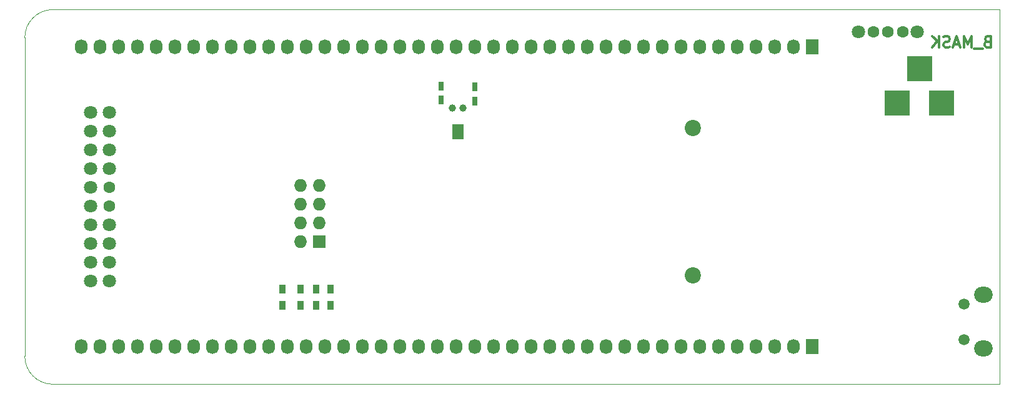
<source format=gbs>
G04 #@! TF.FileFunction,Soldermask,Bot*
%FSLAX46Y46*%
G04 Gerber Fmt 4.6, Leading zero omitted, Abs format (unit mm)*
G04 Created by KiCad (PCBNEW 4.0.1-stable) date 9/28/2017 6:23:12 PM*
%MOMM*%
G01*
G04 APERTURE LIST*
%ADD10C,0.150000*%
%ADD11C,0.100000*%
%ADD12C,0.300000*%
%ADD13C,1.500000*%
%ADD14O,2.500000X2.200000*%
%ADD15R,1.727200X1.727200*%
%ADD16O,1.727200X1.727200*%
%ADD17C,1.000760*%
%ADD18R,1.600000X2.000000*%
%ADD19C,2.200000*%
%ADD20R,0.750000X1.200000*%
%ADD21R,3.500120X3.500120*%
%ADD22R,1.727200X2.032000*%
%ADD23O,1.727200X2.032000*%
%ADD24C,1.800000*%
%ADD25C,1.600000*%
%ADD26R,0.900000X1.200000*%
G04 APERTURE END LIST*
D10*
D11*
X220980000Y-127127000D02*
X220980000Y-120015000D01*
X220980000Y-120015000D02*
X220980000Y-81280000D01*
X220980000Y-132080000D02*
X220980000Y-127127000D01*
D12*
X219328571Y-85617857D02*
X219114285Y-85689286D01*
X219042857Y-85760714D01*
X218971428Y-85903571D01*
X218971428Y-86117857D01*
X219042857Y-86260714D01*
X219114285Y-86332143D01*
X219257143Y-86403571D01*
X219828571Y-86403571D01*
X219828571Y-84903571D01*
X219328571Y-84903571D01*
X219185714Y-84975000D01*
X219114285Y-85046429D01*
X219042857Y-85189286D01*
X219042857Y-85332143D01*
X219114285Y-85475000D01*
X219185714Y-85546429D01*
X219328571Y-85617857D01*
X219828571Y-85617857D01*
X218685714Y-86546429D02*
X217542857Y-86546429D01*
X217185714Y-86403571D02*
X217185714Y-84903571D01*
X216685714Y-85975000D01*
X216185714Y-84903571D01*
X216185714Y-86403571D01*
X215542857Y-85975000D02*
X214828571Y-85975000D01*
X215685714Y-86403571D02*
X215185714Y-84903571D01*
X214685714Y-86403571D01*
X214257143Y-86332143D02*
X214042857Y-86403571D01*
X213685714Y-86403571D01*
X213542857Y-86332143D01*
X213471428Y-86260714D01*
X213400000Y-86117857D01*
X213400000Y-85975000D01*
X213471428Y-85832143D01*
X213542857Y-85760714D01*
X213685714Y-85689286D01*
X213971428Y-85617857D01*
X214114286Y-85546429D01*
X214185714Y-85475000D01*
X214257143Y-85332143D01*
X214257143Y-85189286D01*
X214185714Y-85046429D01*
X214114286Y-84975000D01*
X213971428Y-84903571D01*
X213614286Y-84903571D01*
X213400000Y-84975000D01*
X212757143Y-86403571D02*
X212757143Y-84903571D01*
X211900000Y-86403571D02*
X212542857Y-85546429D01*
X211900000Y-84903571D02*
X212757143Y-85760714D01*
D11*
X92710000Y-81280000D02*
X218440000Y-81280000D01*
X92710000Y-132080000D02*
X220980000Y-132080000D01*
X88900000Y-85090000D02*
X88900000Y-128270000D01*
X88900000Y-128270000D02*
G75*
G03X92710000Y-132080000I3810000J0D01*
G01*
X92710000Y-81280000D02*
G75*
G03X88900000Y-85090000I0J-3810000D01*
G01*
X218440000Y-81280000D02*
X220980000Y-81280000D01*
D13*
X216154000Y-126021400D03*
D14*
X218804000Y-127221400D03*
D13*
X216154000Y-121171400D03*
D14*
X218804000Y-119971400D03*
D15*
X128778000Y-112776000D03*
D16*
X126238000Y-112776000D03*
X128778000Y-110236000D03*
X126238000Y-110236000D03*
X128778000Y-107696000D03*
X126238000Y-107696000D03*
X128778000Y-105156000D03*
X126238000Y-105156000D03*
D17*
X146824700Y-94615000D03*
X148323300Y-94615000D03*
D18*
X147574000Y-97865000D03*
D19*
X179451000Y-97348040D03*
X179451000Y-117348000D03*
D20*
X149860000Y-93660000D03*
X149860000Y-91760000D03*
X145288000Y-93533000D03*
X145288000Y-91633000D03*
D21*
X207159860Y-93980000D03*
X213159340Y-93980000D03*
X210159600Y-89281000D03*
D22*
X195580000Y-86360000D03*
D23*
X193040000Y-86360000D03*
X190500000Y-86360000D03*
X187960000Y-86360000D03*
X185420000Y-86360000D03*
X182880000Y-86360000D03*
X180340000Y-86360000D03*
X177800000Y-86360000D03*
X175260000Y-86360000D03*
X172720000Y-86360000D03*
X170180000Y-86360000D03*
X167640000Y-86360000D03*
X165100000Y-86360000D03*
X162560000Y-86360000D03*
X160020000Y-86360000D03*
X157480000Y-86360000D03*
X154940000Y-86360000D03*
X152400000Y-86360000D03*
X149860000Y-86360000D03*
X147320000Y-86360000D03*
X144780000Y-86360000D03*
X142240000Y-86360000D03*
X139700000Y-86360000D03*
X137160000Y-86360000D03*
X134620000Y-86360000D03*
X132080000Y-86360000D03*
X129540000Y-86360000D03*
X127000000Y-86360000D03*
X124460000Y-86360000D03*
X121920000Y-86360000D03*
X119380000Y-86360000D03*
X116840000Y-86360000D03*
X114300000Y-86360000D03*
X111760000Y-86360000D03*
X109220000Y-86360000D03*
X106680000Y-86360000D03*
X104140000Y-86360000D03*
X101600000Y-86360000D03*
X99060000Y-86360000D03*
X96520000Y-86360000D03*
D24*
X100330000Y-118110000D03*
X97790000Y-118110000D03*
X100330000Y-115570000D03*
X97790000Y-115570000D03*
X100330000Y-113030000D03*
X97790000Y-113030000D03*
X100330000Y-110490000D03*
X97790000Y-110490000D03*
D25*
X100330000Y-107950000D03*
D24*
X97790000Y-107950000D03*
D25*
X100330000Y-105410000D03*
D24*
X97790000Y-105410000D03*
X100330000Y-102870000D03*
X97790000Y-102870000D03*
X100330000Y-100330000D03*
X97790000Y-100330000D03*
X100330000Y-97790000D03*
X97790000Y-97790000D03*
X100330000Y-95250000D03*
X97790000Y-95250000D03*
D22*
X195580000Y-127000000D03*
D23*
X193040000Y-127000000D03*
X190500000Y-127000000D03*
X187960000Y-127000000D03*
X185420000Y-127000000D03*
X182880000Y-127000000D03*
X180340000Y-127000000D03*
X177800000Y-127000000D03*
X175260000Y-127000000D03*
X172720000Y-127000000D03*
X170180000Y-127000000D03*
X167640000Y-127000000D03*
X165100000Y-127000000D03*
X162560000Y-127000000D03*
X160020000Y-127000000D03*
X157480000Y-127000000D03*
X154940000Y-127000000D03*
X152400000Y-127000000D03*
X149860000Y-127000000D03*
X147320000Y-127000000D03*
X144780000Y-127000000D03*
X142240000Y-127000000D03*
X139700000Y-127000000D03*
X137160000Y-127000000D03*
X134620000Y-127000000D03*
X132080000Y-127000000D03*
X129540000Y-127000000D03*
X127000000Y-127000000D03*
X124460000Y-127000000D03*
X121920000Y-127000000D03*
X119380000Y-127000000D03*
X116840000Y-127000000D03*
X114300000Y-127000000D03*
X111760000Y-127000000D03*
X109220000Y-127000000D03*
X106680000Y-127000000D03*
X104140000Y-127000000D03*
X101600000Y-127000000D03*
X99060000Y-127000000D03*
X96520000Y-127000000D03*
D26*
X130302000Y-121369000D03*
X130302000Y-119169000D03*
X128397000Y-121369000D03*
X128397000Y-119169000D03*
X126238000Y-121369000D03*
X126238000Y-119169000D03*
X123825000Y-121369000D03*
X123825000Y-119169000D03*
D25*
X207867000Y-84328000D03*
X205867000Y-84328000D03*
X203867000Y-84328000D03*
D24*
X201867000Y-84328000D03*
X209867000Y-84328000D03*
M02*

</source>
